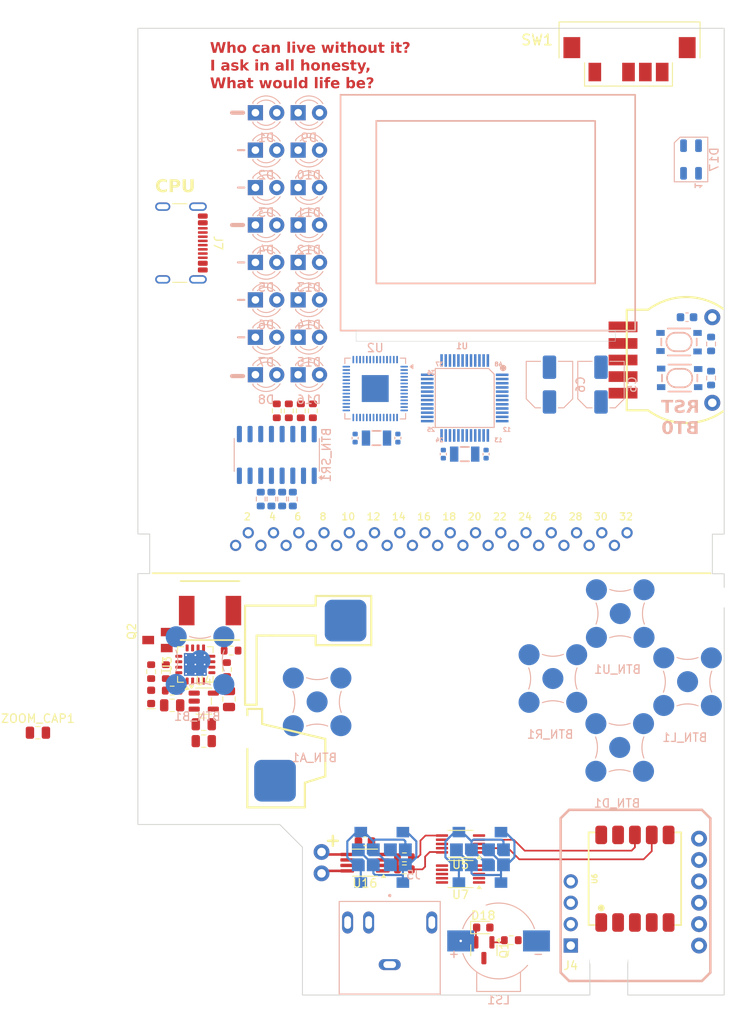
<source format=kicad_pcb>
(kicad_pcb (version 20241229) (generator "pcbnew") (generator_version "9.0")
  (layers (0 "F.Cu" signal) (4 "In1.Cu" signal) (6 "In2.Cu" signal) (2 "B.Cu" signal) (13 "F.Paste" user) (15 "B.Paste" user) (5 "F.SilkS" user "F.Silkscreen") (7 "B.SilkS" user "B.Silkscreen") (1 "F.Mask" user) (3 "B.Mask" user) (25 "Edge.Cuts" user))
  (net 0 "")
  (net 1 "N$15")
  (net 2 "N$11")
  (net 3 "SW")
  (net 4 "N$10")
  (net 5 "N$7")
  (net 6 "VR1-S02")
  (net 7 "VR1-S01")
  (net 8 "GND")
  (net 9 "+3V3")
  (net 10 "DAC_L")
  (net 11 "MP3_CMD")
  (net 12 "MP3_DATA0")
  (net 13 "DAC_R")
  (net 14 "MP3_SDCLK")
  (net 15 "SELECT")
  (net 16 "START")
  (net 17 "+3.3V")
  (net 18 "BTN_SR_OUT")
  (net 19 "Net-(Q1-G)")
  (net 20 "BUZZER")
  (net 22 "OUT_L_CTRL")
  (net 26 "RGB_R")
  (net 27 "RGB_G")
  (net 28 "RGB_B")
  (net 29 "Net-(D18-K)")
  (net 34 "OUT_R")
  (net 35 "OUT_L")
  (net 36 "BTN_A")
  (net 37 "BTN_B")
  (net 38 "BTN_D")
  (net 39 "BTN_L")
  (net 40 "FM_ANT")
  (net 43 "FM_R")
  (net 44 "FM_SDA")
  (net 45 "FM_SCL")
  (net 46 "FM_L")
  (net 47 "BTN_R")
  (net 48 "BTN_U")
  (net 49 "BTN_SELECT")
  (net 50 "BTN_START")
  (net 51 "VUSB")
  (net 54 "+5V")
  (net 58 "Net-(U16-IN+)")
  (net 59 "SPK-")
  (net 61 "AMP_SD")
  (net 62 "SPK+")
  (net 70 "OUT_R_CTRL")
  (net 84 "SPI1_SCK")
  (net 85 "SPI1_MOSI")
  (net 86 "SPI1_MISO")
  (net 87 "I2C1_SDA")
  (net 88 "I2C1_SCL")
  (net 89 "CART_IO6")
  (net 90 "CART_IO3")
  (net 91 "CART_IO2")
  (net 92 "CART_IO7")
  (net 93 "CART_IO1")
  (net 94 "CART_IO5")
  (net 95 "CART_IO0")
  (net 96 "CART_IO4")
  (net 99 "Net-(D1-A)")
  (net 100 "Net-(D1-K)")
  (net 101 "Net-(D10-A)")
  (net 102 "Net-(D11-A)")
  (net 103 "Net-(D12-A)")
  (net 104 "Net-(D13-A)")
  (net 105 "Net-(D14-A)")
  (net 106 "Net-(D15-A)")
  (net 107 "Net-(D16-A)")
  (net 108 "Net-(U2-XIN)")
  (net 109 "USB_DM")
  (net 110 "SWCLK")
  (net 111 "QSPI_SCLK")
  (net 112 "Net-(C16-Pad2)")
  (net 113 "Net-(R14-Pad2)")
  (net 115 "Net-(U2-IOVDD-Pad1)")
  (net 116 "QSPI_SD2")
  (net 118 "QSPI_SD0")
  (net 120 "HSTX_12")
  (net 122 "QSPI_SD1")
  (net 123 "HSTX_13")
  (net 125 "USB_DP")
  (net 126 "HSTX_18")
  (net 128 "SWD")
  (net 129 "QSPI_SD3")
  (net 131 "HSTX_14")
  (net 132 "QSPI_SS")
  (net 133 "Net-(U2-DVDD-Pad23)")
  (net 135 "Net-(U2-XOUT)")
  (net 138 "HSTX_15")
  (net 142 "HSTX_17")
  (net 144 "HSTX_16")
  (net 146 "SCL")
  (net 147 "HSTX_19")
  (net 153 "Net-(U1-XTALO)")
  (net 157 "SDA")
  (net 160 "Net-(U1-XTALI)")
  (net 193 "CODEC_SO")
  (net 198 "CODEC_SI")
  (net 200 "CODEC_SCLK")
  (net 201 "CODEC_CS")
  (net 207 "CODEC_R_OUT")
  (net 208 "CODEC_L_OUT")
  (net 209 "Net-(L1-Pad2)")
  (net 211 "+BATT")
  (net 212 "Net-(D19-A)")
  (net 213 "Net-(Q2-B)")
  (net 214 "Net-(Q2-C)")
  (net 215 "Net-(U3-LBI)")
  (net 216 "Net-(U3-FB)")
  (net 217 "PWR_EN")
  (footprint "SparkFun-Resistor:R_0603_1608Metric" (layer "F.Cu") (at 134.46125 93.0275 -90)
    (property "Reference" "R12")
    (property "Value" "1k")
  )
  (footprint "SparkFun-Resistor:R_0603_1608Metric" (layer "F.Cu") (at 145.335625 147.47875 180)
    (property "Reference" "R30")
    (property "Value" "1k")
  )
  (footprint "MGBC-MBL-01_2_1:MGB+BATTERY4" (layer "F.Cu") (at 137.847 117.936)
    (property "Reference" "+0" (hide yes))
    (property "Value" "MGB+BATTERY4" (hide yes))
  )
  (footprint "dummyfp4" (layer "F.Cu") (at 115.9201 133.0776)
    (property "Reference" "UNK_HOLE_4" (hide yes))
    (property "Value" "")
  )
  (footprint "SparkFun-Resistor:R_0603_1608Metric" (layer "F.Cu") (at 133.0325 93.0275 -90)
    (property "Reference" "R11")
    (property "Value" "1k")
  )
  (footprint "SparkFun-Resistor:R_0603_1608Metric" (layer "F.Cu") (at 124.75 121.5 180)
    (property "Reference" "R1")
    (property "Value" "1.07M")
  )
  (footprint "dummyfp7" (layer "F.Cu") (at 159.3861 135.0056)
    (property "Reference" "UNK_HOLE_7" (hide yes))
    (property "Value" "")
  )
  (footprint "MGB-POT" (layer "F.Cu") (at 176.8326 86.9946 -90)
    (property "Reference" "VR1" (hide yes))
    (property "Value" "" (hide yes))
  )
  (footprint "Package_DFN_QFN:Texas_RSA_VQFN-16-1EP_4x4mm_P0.65mm_EP2.7x2.7mm_ThermalVias" (layer "F.Cu") (at 120.5 123.15 90)
    (property "Reference" "U3")
    (property "Value" "TPS61090")
  )
  (footprint "TEA5767:TEA5767" (layer "F.Cu") (at 172.72 148.59 90)
    (property "Reference" "U6")
    (property "Value" "TEA5767")
    (property "VALUE" "" (hide yes))
  )
  (footprint "SparkFun-Coil:Inductor_7.3x6.6mm" (layer "F.Cu") (at 122.25 116.75 180)
    (property "Reference" "L1")
    (property "Value" "6.8uH")
  )
  (footprint "SparkFun-Capacitor:C_0805_2012Metric" (layer "F.Cu") (at 121.5 132.25)
    (property "Reference" "C8")
    (property "Value" "1.0uF")
  )
  (footprint "SparkFun-Connector:1x06" (layer "F.Cu") (at 180.34 156.527499 90)
    (property "Reference" "J9")
    (property "Value" "Conn_01x06")
  )
  (footprint "Package_SO:VSSOP-10_3x3mm_P0.5mm" (layer "F.Cu") (at 152.003125 144.4625 180)
    (property "Reference" "U5")
    (property "Value" "TS5A23159DGS")
  )
  (footprint "MGBC-MBL-01_2_1:dummyfp0" (layer "F.Cu") (at 116.0208 53.9679)
    (property "Reference" "UNK_HOLE_0" (hide yes))
    (property "Value" "")
  )
  (footprint "dummyfp8" (layer "F.Cu") (at 160.4021 139.9078)
    (property "Reference" "UNK_HOLE_8" (hide yes))
    (property "Value" "")
  )
  (footprint "Package_SO:MSOP-8_3x3mm_P0.65mm" (layer "F.Cu") (at 140.6525 146.685 180)
    (property "Reference" "U16")
    (property "Value" "PAM8302AAD")
  )
  (footprint "dummyfp6" (layer "F.Cu") (at 153.9421 128.4316)
    (property "Reference" "UNK_HOLE_6" (hide yes))
    (property "Value" "")
  )
  (footprint "SparkFun-Resistor:R_0603_1608Metric" (layer "F.Cu") (at 145.335625 146.05 180)
    (property "Reference" "R31")
    (property "Value" "1k")
  )
  (footprint "SparkFun-LED:LED_0603_1608Metric" (layer "F.Cu") (at 115.25 127 90)
    (property "Reference" "D19")
    (property "Value" "LED")
  )
  (footprint "SparkFun-Resistor:R_0603_1608Metric" (layer "F.Cu") (at 124.25 123.75 -90)
    (property "Reference" "R3")
    (property "Value" "340k")
  )
  (footprint "Connector_USB:USB_C_Receptacle_GCT_USB4105-xx-A_16P_TopMnt_Horizontal" (layer "F.Cu") (at 117.704522 73.101112 -90)
    (property "Reference" "J7")
    (property "Value" "USB_C_Receptacle_USB2.0_16P")
  )
  (footprint "Diode_SMD:D_0603_1608Metric" (layer "F.Cu") (at 154.701875 154.384375)
    (property "Reference" "D18")
    (property "Value" "D_Small")
  )
  (footprint "SparkFun-Resistor:R_0603_1608Metric" (layer "F.Cu") (at 158.035625 155.8925 180)
    (property "Reference" "R2")
    (property "Value" "330")
  )
  (footprint "Package_SO:VSSOP-10_3x3mm_P0.5mm" (layer "F.Cu") (at 152.003125 148.034375 180)
    (property "Reference" "U7")
    (property "Value" "TS5A23159DGS")
  )
  (footprint "SparkFun-Resistor:R_0603_1608Metric" (layer "F.Cu") (at 130.175 93.0275 -90)
    (property "Reference" "R6")
    (property "Value" "1k")
  )
  (footprint "dummyfp12" (layer "F.Cu") (at 136.4437 139.7732)
    (property "Reference" "UNK_HOLE_12" (hide yes))
    (property "Value" "")
  )
  (footprint "dummyfp9" (layer "F.Cu") (at 129.4633 121.115)
    (property "Reference" "UNK_HOLE_9" (hide yes))
    (property "Value" "")
  )
  (footprint "Connector_PinHeader_2.54mm:PinHeader_1x04_P2.54mm_Vertical" (layer "F.Cu") (at 165.1 156.5275 180)
    (property "Reference" "J4")
    (property "Value" "Conn_01x04")
  )
  (footprint "SparkFun-Capacitor:C_0805_2012Metric" (layer "F.Cu") (at 124.5 127.25 -90)
    (property "Reference" "C10")
    (property "Value" "1.0uF")
  )
  (footprint "SparkFun-Resistor:R_0603_1608Metric" (layer "F.Cu") (at 117 124 -90)
    (property "Reference" "R4")
    (property "Value" "1.07M")
  )
  (footprint "SparkFun-Capacitor:C_0603_1608Metric" (layer "F.Cu") (at 140.6525 144.145)
    (property "Reference" "C31")
    (property "Value" "1.0uF")
  )
  (footprint "" (layer "F.Cu") (at 181.2872 55.1293)
    (property "Reference" "")
    (property "Value" "")
  )
  (footprint "Capacitor_SMD:C_0805_2012Metric" (layer "F.Cu") (at 101.8 131.25)
    (property "Reference" "ZOOM_CAP1")
    (property "Value" "4.7uF")
  )
  (footprint "dummyfp11" (layer "F.Cu") (at 126.5161 131.1696)
    (property "Reference" "UNK_HOLE_11" (hide yes))
    (property "Value" "")
  )
  (footprint "SparkFun-Capacitor:C_0805_2012Metric" (layer "F.Cu") (at 121.5 130.25)
    (property "Reference" "C9")
    (property "Value" "1.0uF")
  )
  (footprint "MMUN2133LT1G:SOT95P240X111-3N" (layer "F.Cu") (at 116 120.25 90)
    (property "Reference" "Q2")
    (property "Value" "MMUN2133LT1G")
  )
  (footprint "GAMEBOY_PARTS:MGB-CART-CONN" (layer "F.Cu") (at 113.8839 110.6831)
    (property "Reference" "J3" (hide yes))
    (property "Value" "GameBoy_Cartridge" (hide yes))
  )
  (footprint "Package_TO_SOT_SMD:SOT-23-5" (layer "F.Cu") (at 121.5 127.5)
    (property "Reference" "U4")
    (property "Value" "AP2112K-3.3")
  )
  (footprint "MGBC-MBL-01_2_1:MGB-BATTERY4" (layer "F.Cu") (at 129.716 137.07)
    (property "Reference" "-0" (hide yes))
    (property "Value" "MGB-BATTERY4" (hide yes))
  )
  (footprint "MGBC-MBL-01_2_1:dummyfp1" (layer "F.Cu") (at 181.2872 55.1293)
    (property "Reference" "UNK_HOLE_1" (hide yes))
    (property "Value" "")
  )
  (footprint "SparkFun-Connector:1x02" (layer "F.Cu") (at 135.493125 145.415 -90)
    (property "Reference" "SPK_CONN1")
    (property "Value" "Conn_01x02")
  )
  (footprint "dummyfp5" (layer "F.Cu") (at 181.1715 138.7602)
    (property "Reference" "UNK_HOLE_5" (hide yes))
    (property "Value" "")
  )
  (footprint "" (layer "F.Cu") (at 116.0208 53.9679)
    (property "Reference" "")
    (property "Value" "")
  )
  (footprint "dummyfp13" (layer "F.Cu") (at 169.6212 158.18445)
    (property "Reference" "UNK_HOLE_13" (hide yes))
    (property "Value" "")
  )
  (footprint "SparkFun-Capacitor:C_0805_2012Metric" (layer "F.Cu") (at 117.75 128 180)
    (property "Reference" "C7")
    (property "Value" "1.0uF")
  )
  (footprint "SparkFun-Resistor:R_0603_1608Metric" (layer "F.Cu") (at 131.60375 93.0275 -90)
    (property "Reference" "R5")
    (property "Value" "1k")
  )
  (footprint "MGB-SWITCH" (layer "F.Cu") (at 171.7096 50.6556)
    (property "Reference" "SW1")
    (property "Value" "MGB-SW1" (hide yes))
  )
  (footprint "SparkFun-Resistor:R_0603_1608Metric" (layer "F.Cu") (at 115.25 124 -90)
    (property "Reference" "R16")
    (property "Value" "330")
  )
  (footprint "Package_TO_SOT_SMD:SOT-23" (layer "F.Cu") (at 154.78125 157.083125 -90)
    (property "Reference" "Q1")
    (property "Value" "DMG2301L")
  )
  (footprint "dummyfp10" (layer "F.Cu") (at 182.8141 115.2097)
    (property "Reference" "UNK_HOLE_10" (hide yes))
    (property "Value" "")
  )
  (footprint "SparkFun-Resistor:R_0603_1608Metric" (layer "F.Cu") (at 117.75 126.25)
    (property "Reference" "R13")
    (property "Value" "340k")
  )
  (footprint "SparkFun-Clock:Crystal_SMD_3.2x1.5mm" (layer "B.Cu") (at 142.0225 96.2625 180)
    (property "Reference" "Y1")
    (property "Value" "12M")
  )
  (footprint "LED_THT:LED_D3.0mm" (layer "B.Cu") (at 127.635 75.40625)
    (property "Reference" "D5")
    (property "Value" "LED")
  )
  (footprint "SJ1-3524N:SJ1-3524N" (layer "B.Cu") (at 143.59 158.79 180)
    (property "Reference" "J5")
    (property "Value" "SJ1-3524N")
  )
  (footprint "LED_THT:LED_D3.0mm" (layer "B.Cu") (at 132.715 70.96125)
    (property "Reference" "D12")
    (property "Value" "LED")
  )
  (footprint "LED_THT:LED_D3.0mm" (layer "B.Cu") (at 127.635 88.74125)
    (property "Reference" "D8")
    (property "Value" "LED")
  )
  (footprint "SparkFun-Resistor:R_0603_1608Metric" (layer "B.Cu") (at 181.76875 85.09 -90)
    (property "Reference" "R15")
    (property "Value" "1k")
  )
  (footprint "LED_THT:LED_D3.0mm" (layer "B.Cu") (at 127.635 66.51625)
    (property "Reference" "D3")
    (property "Value" "LED")
  )
  (footprint "LED_THT:LED_D3.0mm" (layer "B.Cu") (at 127.635 62.07125)
    (property "Reference" "D2")
    (property "Value" "LED")
  )
  (footprint "SparkFun-Clock:Crystal_SMD_3.2x1.5mm" (layer "B.Cu") (at 152.5 98.1675 180)
    (property "Reference" "Y2")
    (property "Value" "12M")
  )
  (footprint "SparkFun-Capacitor:C_0402_1005Metric" (layer "B.Cu") (at 139.4825 96.2625 90)
    (property "Reference" "C2")
    (property "Value" "22pF")
  )
  (footprint "SparkFun-Capacitor:C_0402_1005Metric" (layer "B.Cu") (at 144.5625 96.2625 90)
    (property "Reference" "C1")
    (property "Value" "22pF")
  )
  (footprint "SparkFun-Resistor:R_0603_1608Metric" (layer "B.Cu") (at 130.81 103.505 90)
    (property "Reference" "R7")
    (property "Value" "1k")
  )
  (footprint "LED_THT:LED_D3.0mm" (layer "B.Cu") (at 132.715 57.62625)
    (property "Reference" "D9")
    (property "Value" "LED")
  )
  (footprint "LED_THT:LED_D3.0mm" (layer "B.Cu") (at 132.715 66.51625)
    (property "Reference" "D11")
    (property "Value" "LED")
  )
  (footprint "SparkFun-Switch:Push_SMD_4.2x3.2mm" (layer "B.Cu") (at 177.95875 84.851875 180)
    (property "Reference" "SW_NRST1")
    (property "Value" "SMD_4.2x3.2mm_h2.5mm")
  )
  (footprint "LED_THT:LED_D3.0mm" (layer "B.Cu") (at 132.715 62.07125)
    (property "Reference" "D10")
    (property "Value" "LED")
  )
  (footprint "LED_THT:LED_D3.0mm" (layer "B.Cu") (at 127.635 57.62625)
    (property "Reference" "D1")
    (property "Value" "LED")
  )
  (footprint "Package_DFN_QFN:QFN-56-1EP_7x7mm_P0.4mm_EP3.2x3.2mm" (layer "B.Cu") (at 141.87 90.3825 180)
    (property "Reference" "U2")
    (property "Value" "RP2040")
  )
  (footprint "LED_THT:LED_D3.0mm" (layer "B.Cu") (at 127.635 79.85125)
    (property "Reference" "D6")
    (property "Value" "LED")
  )
  (footprint "Capacitor_SMD:C_Elec_5x5.4" (layer "B.Cu") (at 168.6925 89.9125 90)
    (property "Reference" "C5")
    (property "Value" "47uF")
  )
  (footprint "LED_THT:LED_D3.0mm" (layer "B.Cu") (at 127.635 70.96125)
    (property "Reference" "D4")
    (property "Value" "LED")
  )
  (footprint "LED_THT:LED_D3.0mm" (layer "B.Cu") (at 127.635 84.29625)
    (property "Reference" "D7")
    (property "Value" "LED")
  )
  (footprint "Package_SO:SOIC-16_3.9x9.9mm_P1.27mm" (layer "B.Cu") (at 130.175 98.26625 90)
    (property "Reference" "BTN_SR1")
    (property "Value" "74HC165")
  )
  (footprint "SparkFun-Switch:Push_SMD_4.2x3.2mm" (layer "B.Cu") (at 178.038125 89.138125)
    (property "Reference" "SW_BOOT1")
    (property "Value" "SMD_4.2x3.2mm_h2.5mm")
  )
  (footprint "LED_THT:LED_D3.0mm" (layer "B.Cu") (at 132.715 79.85125)
    (property "Reference" "D14")
    (property "Value" "LED")
  )
  (footprint "CBT_09427_SMT_TR:CBT_09427_SMT_TR" (layer "B.Cu") (at 156.5275 155.978169)
    (property "Reference" "LS1")
    (property "Value" "CBT-09427-SMT")
  )
  (footprint "SNAP_DOME_SWITCH_7x7:SNAP_DOME_SWITCH_7x7" (layer "B.Cu") (at 170.9136 133.0036)
    (property "Reference" "BTN_D1")
    (property "Value" "5134TR")
  )
  (footprint "SparkFun-Resistor:R_0603_1608Metric" (layer "B.Cu") (at 128.27 103.505 90)
    (property "Reference" "R8")
    (property "Value" "1k")
  )
  (footprint "SparkFun-Resistor:R_0603_1608Metric" (layer "B.Cu") (at 181.768751 89.138125 90)
    (property "Reference" "R14")
    (property "Value" "1k")
  )
  (footprint "LED_THT:LED_D3.0mm" (layer "B.Cu") (at 132.715 88.74125)
    (property "Reference" "D16")
    (property "Value" "LED")
  )
  (footprint "VS1053b:VS1053b" (layer "B.Cu") (at 152.5 91.5 180)
    (property "Reference" "U1")
    (property "Value" "CODECODER-VS1053B_LQFP48_")
    (property "VALUE" "VS1053B-lqfp48" (hide yes))
  )
  (footprint "SNAP_DOME_SWITCH_7x7:SNAP_DOME_SWITCH_7x7" (layer "B.Cu") (at 121.0576 122.6856)
    (property "Reference" "BTN_B1")
    (property "Value" "5134TR")
  )
  (footprint "SNAP_DOME_SWITCH_7x7:SNAP_DOME_SWITCH_7x7" (layer "B.Cu") (at 162.9761 124.8161)
    (property "Reference" "BTN_R1")
    (property "Value" "5134TR")
  )
  (footprint "SparkFun-Capacitor:C_0402_1005Metric" (layer "B.Cu") (at 149.96 98.1675 -90)
    (property "Reference" "C4")
    (property "Value" "22pF")
  )
  (footprint "GAMEBOY_PARTS:MGB_BUTTONPAD_SELECTSTART" (layer "B.Cu") (at 154.3111 146.05 -90)
    (property "Reference" "START1" (hide yes))
    (property "Value" "SMD_6x3.5mm_h2.5mm" (hide yes))
  )
  (footprint "LED_THT:LED_D3.0mm" (layer "B.Cu") (at 132.715 75.40625)
    (property "Reference" "D13")
    (property "Value" "LED")
  )
  (footprint "LED_SMD:LED_WS2812B-Mini_PLCC4_3.5x3.5mm" (layer "B.Cu") (at 179.3875 63.1825 90)
    (property "Reference" "D17")
    (property "Value" "RGB")
  )
  (footprint "SNAP_DOME_SWITCH_7x7:SNAP_DOME_SWITCH_7x7" (layer "B.Cu") (at 134.9649 127.5886)
    (property "Reference" "BTN_A1")
    (property "Value" "5134TR")
  )
  (footprint "SparkFun-Capacitor:C_0402_1005Metric" (layer "B.Cu") (at 155.04 98.1675 -90)
    (property "Reference" "C3")
    (property "Value" "22pF")
  )
  (footprint "Capacitor_SMD:C_Elec_5x5.4" (layer "B.Cu") (at 162.57 89.9125 90)
    (property "Reference" "C6")
    (property "Value" "47uF")
  )
  (footprint "SparkFun-Capacitor:C_0603_1608Metric" (layer "B.Cu") (at 178.91125 81.915)
    (property "Reference" "C16")
    (property "Value" "1.0uF")
  )
  (footprint "LED_THT:LED_D3.0mm" (layer "B.Cu") (at 132.715 84.29625)
    (property "Reference" "D15")
    (property "Value" "LED")
  )
  (footprint "SNAP_DOME_SWITCH_7x7:SNAP_DOME_SWITCH_7x7" (layer "B.Cu") (at 178.9761 125.1911)
    (property "Reference" "BTN_L1")
    (property "Value" "5134TR")
  )
  (footprint "SparkFun-Resistor:R_0603_1608Metric" (layer "B.Cu") (at 132.08 103.505 90)
    (property "Reference" "R9")
    (property "Value" "1k")
  )
  (footprint "SparkFun-Resistor:R_0603_1608Metric" (layer "B.Cu") (at 129.54 103.505 90)
    (property "Reference" "R10")
    (property "Value" "1k")
  )
  (footprint "SNAP_DOME_SWITCH_7x7:SNAP_DOME_SWITCH_7x7" (layer "B.Cu") (at 170.9761 117.1036)
    (property "Reference" "BTN_U1")
    (property "Value" "5134TR")
  )
  (footprint "GAMEBOY_PARTS:MGB_BUTTONPAD_SELECTSTART" (layer "B.Cu") (at 142.6541 146.05 -90)
    (property "Reference" "SELECT1" (hide yes))
    (property "Value" "SMD_6x3.5mm_h2.5mm" (hide yes))
  )
  (gr_line (start 115.41125 112.315625) (end 181.689375 112.315625) (stroke (width 0.2)) (layer "F.SilkS"))
  (gr_line (start 180.68125 160.734376) (end 181.68125 159.734375) (stroke (width 0.3)) (layer "B.SilkS"))
  (gr_line (start 126.166562 57.62625) (end 124.865 57.62625) (stroke (width 0.5)) (layer "B.SilkS"))
  (gr_line (start 164.90125 160.734376) (end 180.68125 160.734376) (stroke (width 0.3)) (layer "B.SilkS"))
  (gr_line (start 164.90125 140.414375) (end 180.68125 140.414375) (stroke (width 0.3)) (layer "B.SilkS"))
  (gr_rect (start 142 58.6) (end 168 77.9) (stroke (width 0.2)) (fill no) (layer "B.SilkS"))
  (gr_line (start 181.68125 159.734375) (end 181.68125 141.414375) (stroke (width 0.3)) (layer "B.SilkS"))
  (gr_line (start 164.90125 160.734376) (end 163.90125 159.734375) (stroke (width 0.3)) (layer "B.SilkS"))
  (gr_line (start 126.166562 88.9) (end 124.865 88.9) (stroke (width 0.5)) (layer "B.SilkS"))
  (gr_line (start 163.90125 141.414375) (end 164.90125 140.414375) (stroke (width 0.3)) (layer "B.SilkS"))
  (gr_line (start 126.316562 84.29625) (end 125.565 84.29625) (stroke (width 0.25)) (layer "B.SilkS"))
  (gr_line (start 126.316562 79.85125) (end 125.565 79.85125) (stroke (width 0.25)) (layer "B.SilkS"))
  (gr_line (start 163.90125 159.734375) (end 163.90125 141.414375) (stroke (width 0.3)) (layer "B.SilkS"))
  (gr_line (start 180.68125 140.414375) (end 181.68125 141.414375) (stroke (width 0.3)) (layer "B.SilkS"))
  (gr_line (start 126.316562 75.40625) (end 125.565 75.40625) (stroke (width 0.25)) (layer "B.SilkS"))
  (gr_line (start 126.166562 70.96125) (end 124.865 70.96125) (stroke (width 0.5)) (layer "B.SilkS"))
  (gr_line (start 126.316562 66.51625) (end 125.565 66.51625) (stroke (width 0.25)) (layer "B.SilkS"))
  (gr_rect (start 137.75 55.5) (end 172.75 83.5) (stroke (width 0.2)) (fill no) (layer "B.SilkS"))
  (gr_line (start 126.316562 62.07125) (end 125.565 62.07125) (stroke (width 0.25)) (layer "B.SilkS"))
  (gr_rect (start 139.60125 83.5) (end 170.39875 84.77) (stroke (width 0.05)) (fill no) (layer "Edge.Cuts"))
  (gr_poly (pts (xy 113.6761 142.1536) (xy 130.52735 142.1536) (xy 133.2261 144.85235) (xy 133.2261 162.4036) (xy 167.3711 162.4036) (xy 167.3711 158.2161) (xy 171.8711 158.2161) (xy 171.8711 162.4036) (xy 183.3261 162.4036) (xy 183.3261 112.3736) (xy 181.9211 112.3736) (xy 181.9211 107.6746) (xy 183.3261 107.6746) (xy 183.3261 47.6036) (xy 113.6761 47.6036) (xy 113.6761 107.6536) (xy 115.0761 107.6536) (xy 115.0761 112.3536) (xy 113.6761 112.3536)) (stroke (width 0.1)) (fill no) (layer "Edge.Cuts"))
  (gr_text "Who can live without it?\nI ask in all honesty,\nWhat would life be?" (at 122.2375 54.9275 0) (layer "F.Cu") (effects (font (size 1.25 1.25) (thickness 0.3) (bold yes) (italic yes)) (justify left bottom)))
  (gr_text "+" (at 136.8425 143.98625 0) (layer "F.SilkS") (effects (font (size 1.5 1.5) (thickness 0.3) (bold yes))))
  (gr_text "CPU" (at 118.11 67.31 0) (layer "F.SilkS") (effects (font (size 1.5 1.5) (thickness 0.3) (bold yes)) (justify bottom)))
  (gr_text "RST\nBT0" (at 178.1175 91.7575 0) (layer "B.SilkS") (effects (font (size 1.5 1.5) (thickness 0.3) (bold yes)) (justify top mirror)))
  (segment (start 155.73125 156.145625) (end 156.9575 156.145625) (width 0.2) (layer "F.Cu") (net 19))
  (segment (start 156.9575 156.145625) (end 157.210625 155.8925) (width 0.2) (layer "F.Cu") (net 19))
  (segment (start 153.83125 156.145625) (end 153.83125 154.467499) (width 0.2) (layer "F.Cu") (net 29))
  (segment (start 153.83125 154.467499) (end 153.914374 154.384375) (width 0.2) (layer "F.Cu") (net 29))
  (segment (start 153.83125 156.145625) (end 152.194955 156.145625) (width 0.2) (layer "F.Cu") (net 29))
  (segment (start 152.194955 156.145625) (end 152.027499 155.978169) (width 0.2) (layer "F.Cu") (net 29))
  (via (at 152.027499 155.978169) (size 0.6) (drill 0.3) (layers "F.Cu" "B.Cu") (net 29))
  (segment (start 146.44625 147.764375) (end 146.160625 147.47875) (width 0.2032) (layer "F.Cu") (net 34))
  (segment (start 147.79625 145.970625) (end 147.79625 147.16125) (width 0.2032) (layer "F.Cu") (net 34))
  (segment (start 149.803125 145.4625) (end 149.758924 145.418299) (width 0.2032) (layer "F.Cu") (net 34))
  (segment (start 147.79625 147.16125) (end 147.47875 147.47875) (width 0.2032) (layer "F.Cu") (net 34))
  (segment (start 149.758924 145.418299) (end 148.348576 145.418299) (width 0.2032) (layer "F.Cu") (net 34))
  (segment (start 148.348576 145.418299) (end 147.79625 145.970625) (width 0.2032) (layer "F.Cu") (net 34))
  (segment (start 147.47875 147.47875) (end 146.160625 147.47875) (width 0.2032) (layer "F.Cu") (net 34))
  (segment (start 146.160625 146.05) (end 146.923125 146.05) (width 0.2032) (layer "F.Cu") (net 35))
  (segment (start 147.240625 144.065625) (end 147.84375 143.4625) (width 0.2032) (layer "F.Cu") (net 35))
  (segment (start 147.84375 143.4625) (end 149.803125 143.4625) (width 0.2032) (layer "F.Cu") (net 35))
  (segment (start 146.923125 146.05) (end 147.240625 145.7325) (width 0.2032) (layer "F.Cu") (net 35))
  (segment (start 147.240625 145.7325) (end 147.240625 144.065625) (width 0.2032) (layer "F.Cu") (net 35))
  (segment (start 158.988125 146.288125) (end 157.662499 144.962499) (width 0.2032) (layer "F.Cu") (net 43))
  (segment (start 173.751875 146.288125) (end 158.988125 146.288125) (width 0.2032) (layer "F.Cu") (net 43))
  (segment (start 174.72 145.32) (end 173.751875 146.288125) (width 0.2032) (layer "F.Cu") (net 43))
  (segment (start 157.662499 144.962499) (end 154.203125 144.962499) (width 0.2032) (layer "F.Cu") (net 43))
  (segment (start 174.72 143.39) (end 174.72 145.32) (width 0.2032) (layer "F.Cu") (net 43))
  (segment (start 172.72 144.859375) (end 172.323125 145.25625) (width 0.2032) (layer "F.Cu") (net 46))
  (segment (start 172.323125 145.25625) (end 159.623125 145.25625) (width 0.2032) (layer "F.Cu") (net 46))
  (segment (start 159.623125 145.25625) (end 158.329376 143.962501) (width 0.2032) (layer "F.Cu") (net 46))
  (segment (start 158.329376 143.962501) (end 154.203125 143.962501) (width 0.2032) (layer "F.Cu") (net 46))
  (segment (start 172.72 143.39) (end 172.72 144.859375) (width 0.2032) (layer "F.Cu") (net 46))
  (segment (start 144.200625 146.36) (end 144.510625 146.05) (width 0.3048) (layer "F.Cu") (net 58))
  (segment (start 142.765 146.36) (end 144.200625 146.36) (width 0.3048) (layer "F.Cu") (net 58))
  (segment (start 144.510625 147.47875) (end 144.510625 146.05) (width 0.3048) (layer "F.Cu") (net 58))
  (segment (start 135.788125 147.66) (end 135.493125 147.955) (width 0.3048) (layer "F.Cu") (net 59))
  (segment (start 138.54 147.66) (end 135.788125 147.66) (width 0.3048) (layer "F.Cu") (net 59))
  (segment (start 138.54 145.71) (end 135.788125 145.71) (width 0.3048) (layer "F.Cu") (net 62))
  (segment (start 135.788125 145.71) (end 135.493125 145.415) (width 0.3048) (layer "F.Cu") (net 62))
)
</source>
